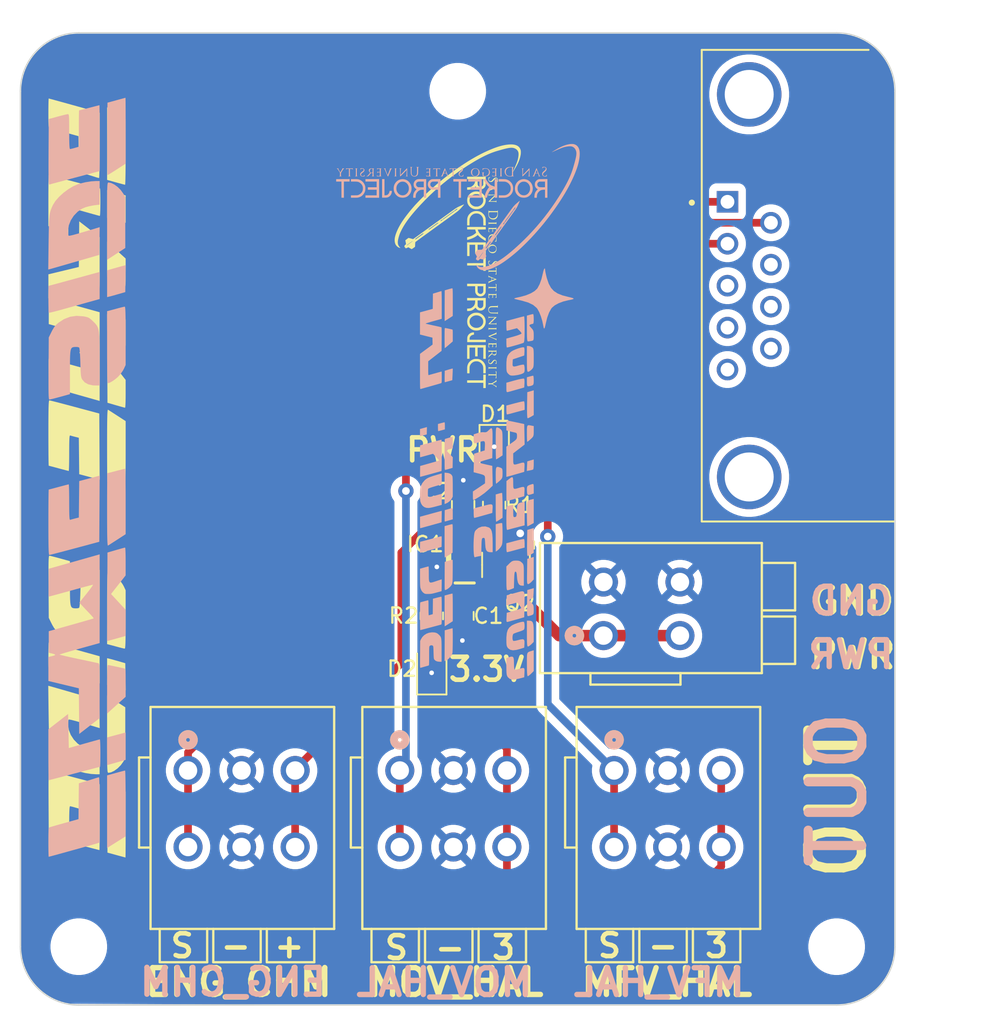
<source format=kicad_pcb>
(kicad_pcb (version 20241229) (generator "pcbnew") (generator_version "9.0")
  (layers (0 "F.Cu" signal) (2 "B.Cu" power) (13 "F.Paste" user) (15 "B.Paste" user) (5 "F.SilkS" user "F.Silkscreen") (7 "B.SilkS" user "B.Silkscreen") (1 "F.Mask" user) (3 "B.Mask" user) (25 "Edge.Cuts" user))
  (net 0 "")
  (net 1 "+3.3V")
  (net 2 "GND")
  (net 3 "VBUS")
  (net 4 "Net-(D1-A)")
  (net 5 "Net-(D2-A)")
  (net 7 "MOV")
  (net 8 "ENG_CHAMBER")
  (net 9 "MFV")
  (net 10 "+BATT")
  (footprint "MountingHole:MountingHole_3.2mm_M3" (layer "F.Cu") (at 78.74 85.09)
    (property "Reference" "H2" (hide yes))
    (property "Value" "MountingHole")
    (pad "" np_thru_hole circle (at 0 0) (size 3.2 3.2) (drill 3.2) (layers "*.Cu" "*.Mask"))
  )
  (footprint "Wago_2601_1102:CONN2_2601-1102_WAG" (layer "F.Cu") (at 63.5 64.77 90)
    (property "Reference" "J2" (hide yes))
    (property "Value" "PWR IN")
    (pad "1" thru_hole circle (at 0 0 90) (size 1.9 1.9) (drill 1.2) (layers "*.Cu" "*.Mask") (net 10 "+BATT"))
    (pad "2" thru_hole circle (at 0 5 90) (size 1.9 1.9) (drill 1.2) (layers "*.Cu" "*.Mask") (net 10 "+BATT"))
    (pad "3" thru_hole circle (at 3.5 0 90) (size 1.9 1.9) (drill 1.2) (layers "*.Cu" "*.Mask") (net 2 "GND"))
    (pad "4" thru_hole circle (at 3.5 5 90) (size 1.9 1.9) (drill 1.2) (layers "*.Cu" "*.Mask") (net 2 "GND"))
  )
  (footprint "LD09S33E4GV00LF:AMPHENOL_LD09S33E4GV00LF" (layer "F.Cu") (at 73.025 41.91 90)
    (property "Reference" "J1" (hide yes))
    (property "Value" "SIGNAL OUT")
    (pad "1" thru_hole rect (at 5.48 -1.42 90) (size 1.408 1.408) (drill 0.9) (layers "*.Cu" "*.Mask") (net 8 "ENG_CHAMBER"))
    (pad "2" thru_hole circle (at 2.74 -1.42 90) (size 1.408 1.408) (drill 0.9) (layers "*.Cu" "*.Mask") (net 9 "MFV"))
    (pad "3" thru_hole circle (at 0 -1.420001 90) (size 1.408 1.408) (drill 0.9) (layers "*.Cu" "*.Mask"))
    (pad "4" thru_hole circle (at -2.74 -1.42 90) (size 1.408 1.408) (drill 0.9) (layers "*.Cu" "*.Mask"))
    (pad "5" thru_hole circle (at -5.48 -1.42 90) (size 1.408 1.408) (drill 0.9) (layers "*.Cu" "*.Mask"))
    (pad "6" thru_hole circle (at 4.109999 1.42 90) (size 1.408 1.408) (drill 0.9) (layers "*.Cu" "*.Mask") (net 7 "MOV"))
    (pad "7" thru_hole circle (at 1.37 1.42 90) (size 1.408 1.408) (drill 0.9) (layers "*.Cu" "*.Mask"))
    (pad "8" thru_hole circle (at -1.37 1.42 90) (size 1.408 1.408) (drill 0.9) (layers "*.Cu" "*.Mask"))
    (pad "9" thru_hole circle (at -4.109999 1.42 90) (size 1.408 1.408) (drill 0.9) (layers "*.Cu" "*.Mask"))
    (pad "SH1" thru_hole circle (at -12.495 0 90) (size 4.216 4.216) (drill 3.2) (layers "*.Cu" "*.Mask"))
    (pad "SH2" thru_hole circle (at 12.495 0 90) (size 4.216 4.216) (drill 3.2) (layers "*.Cu" "*.Mask"))
  )
  (footprint "Wago_2601_1103:CONN3_2601-1103_WAG" (layer "F.Cu") (at 64.195 73.58)
    (property "Reference" "J4" (hide yes))
    (property "Value" "HALL_2")
    (pad "1" thru_hole circle (at 0 0) (size 1.9 1.9) (drill 1.2) (layers "*.Cu" "*.Mask") (net 9 "MFV"))
    (pad "2" thru_hole circle (at 0 5) (size 1.9 1.9) (drill 1.2) (layers "*.Cu" "*.Mask") (net 9 "MFV"))
    (pad "3" thru_hole circle (at 3.5 0) (size 1.9 1.9) (drill 1.2) (layers "*.Cu" "*.Mask") (net 2 "GND"))
    (pad "4" thru_hole circle (at 3.5 5) (size 1.9 1.9) (drill 1.2) (layers "*.Cu" "*.Mask") (net 2 "GND"))
    (pad "5" thru_hole circle (at 7.000001 0) (size 1.9 1.9) (drill 1.2) (layers "*.Cu" "*.Mask") (net 1 "+3.3V"))
    (pad "6" thru_hole circle (at 7.000001 5) (size 1.9 1.9) (drill 1.2) (layers "*.Cu" "*.Mask") (net 1 "+3.3V"))
  )
  (footprint "Resistor_SMD:R_0805_2012Metric" (layer "F.Cu") (at 56.36 56.242499 90)
    (property "Reference" "R1" (at 0.003471 1.67 180) (layer "F.SilkS"))
    (property "Value" "470")
    (pad "1" smd roundrect (at -0.9125 0 90) (size 1.025 1.4) (layers "F.Cu" "F.Mask" "F.Paste") (roundrect_rratio 0.243902) (net 3 "VBUS"))
    (pad "2" smd roundrect (at 0.9125 0 90) (size 1.025 1.4) (layers "F.Cu" "F.Mask" "F.Paste") (roundrect_rratio 0.243902) (net 4 "Net-(D1-A)"))
  )
  (footprint "SDSU RP:RP_Logo" (layer "F.Cu") (at 53.975 40.64 -90)
    (property "Reference" "G***" (hide yes))
    (property "Value" "LOGO" (hide yes))
  )
  (footprint "TLV76033DBZR:SOT95P237X112-3N" (layer "F.Cu") (at 53.379999 59.83 180)
    (property "Reference" "IC1" (at 1.53 1.03 180) (layer "F.SilkS"))
    (property "Value" "TLV76033DBZR" (hide yes))
    (pad "1" smd rect (at -1.050001 -0.95 270) (size 0.6 1.25) (layers "F.Cu" "F.Mask" "F.Paste") (net 1 "+3.3V"))
    (pad "2" smd rect (at -1.050001 0.95 270) (size 0.6 1.25) (layers "F.Cu" "F.Mask" "F.Paste") (net 3 "VBUS"))
    (pad "3" smd rect (at 1.05 0 270) (size 0.6 1.25) (layers "F.Cu" "F.Mask" "F.Paste") (net 2 "GND"))
  )
  (footprint "Capacitor_SMD:C_0805_2012Metric" (layer "F.Cu") (at 54.329999 56.23 90)
    (property "Reference" "C2" (at 0.89 -1.75 180) (layer "F.SilkS"))
    (property "Value" "0.1uF")
    (pad "1" smd roundrect (at -0.949999 0 90) (size 1 1.45) (layers "F.Cu" "F.Mask" "F.Paste") (net 3 "VBUS"))
    (pad "2" smd roundrect (at 0.949999 0 90) (size 1 1.45) (layers "F.Cu" "F.Mask" "F.Paste") (net 2 "GND"))
  )
  (footprint "MountingHole:MountingHole_3.2mm_M3" (layer "F.Cu") (at 29.21 85.09)
    (property "Reference" "H1" (hide yes))
    (property "Value" "MountingHole")
    (pad "" np_thru_hole circle (at 0 0) (size 3.2 3.2) (drill 3.2) (layers "*.Cu" "*.Mask"))
  )
  (footprint "Resistor_SMD:R_0805_2012Metric" (layer "F.Cu") (at 52.279999 63.479999 -90)
    (property "Reference" "R2" (at -0.009998 1.84 180) (layer "F.SilkS"))
    (property "Value" "75")
    (pad "1" smd roundrect (at -0.9125 0 270) (size 1.025 1.4) (layers "F.Cu" "F.Mask" "F.Paste") (roundrect_rratio 0.243902) (net 1 "+3.3V"))
    (pad "2" smd roundrect (at 0.9125 0 270) (size 1.025 1.4) (layers "F.Cu" "F.Mask" "F.Paste") (roundrect_rratio 0.243902) (net 5 "Net-(D2-A)"))
  )
  (footprint "LED_SMD:LED_0805_2012Metric" (layer "F.Cu") (at 56.36 52.692499 -90)
    (property "Reference" "D1" (at -2.402499 -0.069999 180) (layer "F.SilkS"))
    (property "Value" "GREEN")
    (pad "1" smd roundrect (at -0.937501 0 270) (size 0.975 1.4) (layers "F.Cu" "F.Mask" "F.Paste") (net 2 "GND"))
    (pad "2" smd roundrect (at 0.937501 0 270) (size 0.975 1.4) (layers "F.Cu" "F.Mask" "F.Paste") (net 4 "Net-(D1-A)"))
  )
  (footprint "Wago_2601_1103:CONN3_2601-1103_WAG" (layer "F.Cu") (at 36.35 73.58)
    (property "Reference" "J5" (hide yes))
    (property "Value" "PT_1")
    (pad "1" thru_hole circle (at 0 0) (size 1.9 1.9) (drill 1.2) (layers "*.Cu" "*.Mask") (net 8 "ENG_CHAMBER"))
    (pad "2" thru_hole circle (at 0 5) (size 1.9 1.9) (drill 1.2) (layers "*.Cu" "*.Mask") (net 8 "ENG_CHAMBER"))
    (pad "3" thru_hole circle (at 3.5 0) (size 1.9 1.9) (drill 1.2) (layers "*.Cu" "*.Mask") (net 2 "GND"))
    (pad "4" thru_hole circle (at 3.5 5) (size 1.9 1.9) (drill 1.2) (layers "*.Cu" "*.Mask") (net 2 "GND"))
    (pad "5" thru_hole circle (at 7.000001 0) (size 1.9 1.9) (drill 1.2) (layers "*.Cu" "*.Mask") (net 3 "VBUS"))
    (pad "6" thru_hole circle (at 7.000001 5) (size 1.9 1.9) (drill 1.2) (layers "*.Cu" "*.Mask") (net 3 "VBUS"))
  )
  (footprint "LED_SMD:LED_0805_2012Metric" (layer "F.Cu") (at 52.279999 66.929999 90)
    (property "Reference" "D2" (at -0.009189 -1.949999 180) (layer "F.SilkS"))
    (property "Value" "RED")
    (pad "1" smd roundrect (at -0.937501 0 90) (size 0.975 1.4) (layers "F.Cu" "F.Mask" "F.Paste") (net 2 "GND"))
    (pad "2" smd roundrect (at 0.937501 0 90) (size 0.975 1.4) (layers "F.Cu" "F.Mask" "F.Paste") (net 5 "Net-(D2-A)"))
  )
  (footprint "LOGO" (layer "F.Cu") (at 29.7 54.45 -90)
    (property "Reference" "G***" (hide yes))
    (property "Value" "LOGO" (hide yes))
  )
  (footprint "Package_TO_SOT_SMD:SOT-23-3" (layer "F.Cu") (at 57.129999 60.15 -90)
    (property "Reference" "Q2" (at 2.51 -0.9 180) (layer "F.SilkS"))
    (property "Value" "DMP3099L")
    (pad "1" smd roundrect (at -1.1375 -0.949999 270) (size 1.325 0.6) (layers "F.Cu" "F.Mask" "F.Paste") (net 2 "GND"))
    (pad "2" smd roundrect (at -1.1375 0.949999 270) (size 1.325 0.6) (layers "F.Cu" "F.Mask" "F.Paste") (net 3 "VBUS"))
    (pad "3" smd roundrect (at 1.1375 0 270) (size 1.325 0.6) (layers "F.Cu" "F.Mask" "F.Paste") (net 10 "+BATT"))
  )
  (footprint "Capacitor_SMD:C_0805_2012Metric" (layer "F.Cu") (at 54.279999 63.479999 -90)
    (property "Reference" "C1" (at 0.000001 -1.7 180) (layer "F.SilkS"))
    (property "Value" "0.1uF")
    (pad "1" smd roundrect (at -0.949999 0 270) (size 1 1.45) (layers "F.Cu" "F.Mask" "F.Paste") (net 1 "+3.3V"))
    (pad "2" smd roundrect (at 0.949999 0 270) (size 1 1.45) (layers "F.Cu" "F.Mask" "F.Paste") (net 2 "GND"))
  )
  (footprint "Wago_2601_1103:CONN3_2601-1103_WAG" (layer "F.Cu") (at 50.19 73.58)
    (property "Reference" "J3" (hide yes))
    (property "Value" "HALL_1")
    (pad "1" thru_hole circle (at 0 0) (size 1.9 1.9) (drill 1.2) (layers "*.Cu" "*.Mask") (net 7 "MOV"))
    (pad "2" thru_hole circle (at 0 5) (size 1.9 1.9) (drill 1.2) (layers "*.Cu" "*.Mask") (net 7 "MOV"))
    (pad "3" thru_hole circle (at 3.5 0) (size 1.9 1.9) (drill 1.2) (layers "*.Cu" "*.Mask") (net 2 "GND"))
    (pad "4" thru_hole circle (at 3.5 5) (size 1.9 1.9) (drill 1.2) (layers "*.Cu" "*.Mask") (net 2 "GND"))
    (pad "5" thru_hole circle (at 7.000001 0) (size 1.9 1.9) (drill 1.2) (layers "*.Cu" "*.Mask") (net 1 "+3.3V"))
    (pad "6" thru_hole circle (at 7.000001 5) (size 1.9 1.9) (drill 1.2) (layers "*.Cu" "*.Mask") (net 1 "+3.3V"))
  )
  (footprint "MountingHole:MountingHole_3.2mm_M3" (layer "F.Cu") (at 53.975 29.21)
    (property "Reference" "H3" (hide yes))
    (property "Value" "MountingHole")
    (pad "" np_thru_hole circle (at 0 0) (size 3.2 3.2) (drill 3.2) (layers "*.Cu" "*.Mask"))
  )
  (footprint "LOGO" (layer "B.Cu") (at 58.546016 54.001485 90)
    (property "Reference" "G***" (hide yes))
    (property "Value" "LOGO" (hide yes))
  )
  (footprint "SDSU RP:RP_Logo" (layer "B.Cu") (at 53.99 36.78 180)
    (property "Reference" "G***" (hide yes))
    (property "Value" "LOGO" (hide yes))
  )
  (footprint "LOGO" (layer "B.Cu") (at 29.7 54.45 90)
    (property "Reference" "G***" (hide yes))
    (property "Value" "LOGO" (hide yes))
  )
  (footprint "LOGO" (layer "B.Cu") (at 52.56 54.48 90)
    (property "Reference" "G***" (hide yes))
    (property "Value" "LOGO" (hide yes))
  )
  (gr_line (start 25.4 85.09) (end 25.4 29.21) (stroke (width 0.1)) (layer "Edge.Cuts"))
  (gr_arc (start 29.21 88.9) (mid 26.515923 87.784077) (end 25.4 85.09) (stroke (width 0.1)) (layer "Edge.Cuts"))
  (gr_arc (start 82.55 85.09) (mid 81.434077 87.784077) (end 78.74 88.9) (stroke (width 0.1)) (layer "Edge.Cuts"))
  (gr_arc (start 25.4 29.21) (mid 26.515923 26.515923) (end 29.21 25.4) (stroke (width 0.1)) (layer "Edge.Cuts"))
  (gr_line (start 78.74 88.9) (end 29.21 88.9) (stroke (width 0.1)) (layer "Edge.Cuts"))
  (gr_line (start 82.55 29.21) (end 82.55 85.09) (stroke (width 0.1)) (layer "Edge.Cuts"))
  (gr_arc (start 78.74 25.4) (mid 81.434077 26.515923) (end 82.55 29.21) (stroke (width 0.1)) (layer "Edge.Cuts"))
  (gr_line (start 29.21 25.4) (end 78.74 25.4) (stroke (width 0.1)) (layer "Edge.Cuts"))
  (gr_text "3" (at 56.970001 86.03 0) (layer "F.SilkS") (effects (font (size 1.5 1.5) (thickness 0.3) (bold yes)) (justify bottom)))
  (gr_text "MFV_HAL" (at 67.65 88.44 0) (layer "F.SilkS") (effects (font (size 1.75 1.75) (thickness 0.35) (bold yes)) (justify bottom)))
  (gr_text "+" (at 42.970002 85.91 0) (layer "F.SilkS") (effects (font (size 1.5 1.5) (thickness 0.3) (bold yes)) (justify bottom)))
  (gr_text "PWR" (at 50.44575 53.516616 0) (layer "F.SilkS") (effects (font (size 1.5 1.5) (thickness 0.3) (bold yes)) (justify left bottom)))
  (gr_text "S" (at 35.970001 85.91 0) (layer "F.SilkS") (effects (font (size 1.5 1.5) (thickness 0.3) (bold yes)) (justify bottom)))
  (gr_text "ENG_CHM" (at 39.66 88.44 0) (layer "F.SilkS") (effects (font (size 1.75 1.75) (thickness 0.35) (bold yes)) (justify bottom)))
  (gr_text "-" (at 39.470002 85.91 0) (layer "F.SilkS") (effects (font (size 1.5 1.5) (thickness 0.3) (bold yes)) (justify bottom)))
  (gr_text "S" (at 63.895001 85.9 0) (layer "F.SilkS") (effects (font (size 1.5 1.5) (thickness 0.3) (bold yes)) (justify bottom)))
  (gr_text "PWR" (at 76.81 67.03 0) (layer "F.SilkS") (effects (font (size 1.75 1.75) (thickness 0.35) (bold yes)) (justify left bottom)))
  (gr_text "S" (at 49.97 86.03 0) (layer "F.SilkS") (effects (font (size 1.5 1.5) (thickness 0.3) (bold yes)) (justify bottom)))
  (gr_text "3" (at 70.895002 85.9 0) (layer "F.SilkS") (effects (font (size 1.5 1.5) (thickness 0.3) (bold yes)) (justify bottom)))
  (gr_text "3.3V" (at 53.229999 67.85 0) (layer "F.SilkS") (effects (font (size 1.5 1.5) (thickness 0.3) (bold yes)) (justify left bottom)))
  (gr_text "-" (at 67.395002 85.9 0) (layer "F.SilkS") (effects (font (size 1.5 1.5) (thickness 0.3) (bold yes)) (justify bottom)))
  (gr_text "-" (at 53.470001 86.03 0) (layer "F.SilkS") (effects (font (size 1.5 1.5) (thickness 0.3) (bold yes)) (justify bottom)))
  (gr_text "MOV_HAL" (at 53.84 88.44 0) (layer "F.SilkS") (effects (font (size 1.75 1.75) (thickness 0.35) (bold yes)) (justify bottom)))
  (gr_text "GND" (at 76.893334 63.529999 0) (layer "F.SilkS") (effects (font (size 1.75 1.75) (thickness 0.35) (bold yes)) (justify left bottom)))
  (gr_text "OUT" (at 80.81 81 90) (layer "F.SilkS") (effects (font (size 3.5 3.5) (thickness 0.6) (bold yes)) (justify left bottom)))
  (gr_text "GND" (at 82.566666 63.524001 0) (layer "B.SilkS") (effects (font (size 1.75 1.75) (thickness 0.35) (bold yes)) (justify left bottom mirror)))
  (gr_text "PWR" (at 82.65 67.024002 0) (layer "B.SilkS") (effects (font (size 1.75 1.75) (thickness 0.35) (bold yes)) (justify left bottom mirror)))
  (gr_text "ENG_CHM" (at 39.290001 88.424 0) (layer "B.SilkS") (effects (font (size 1.75 1.75) (thickness 0.35) (bold yes)) (justify bottom mirror)))
  (gr_text "MOV_HAL" (at 53.1 88.444 0) (layer "B.SilkS") (effects (font (size 1.75 1.75) (thickness 0.35) (bold yes)) (justify bottom mirror)))
  (gr_text "MFV_HAL" (at 67.14 88.444 0) (layer "B.SilkS") (effects (font (size 1.75 1.75) (thickness 0.35) (bold yes)) (justify bottom mirror)))
  (gr_text "OUT" (at 80.84 69.42 90) (layer "B.SilkS") (effects (font (size 3.5 3.5) (thickness 0.6) (bold yes)) (justify left bottom mirror)))
  (segment (start 57.190001 80.400001) (end 58.64 81.85) (width 0.5) (layer "F.Cu") (net 1))
  (segment (start 55.67 70.61) (end 57.190001 72.130001) (width 0.5) (layer "F.Cu") (net 1))
  (segment (start 55.4 62.53) (end 55.67 62.8) (width 0.5) (layer "F.Cu") (net 1))
  (segment (start 57.190001 73.58) (end 57.190001 78.58) (width 0.5) (layer "F.Cu") (net 1))
  (segment (start 69.19 81.85) (end 71.195001 79.844999) (width 0.5) (layer "F.Cu") (net 1))
  (segment (start 54.279999 62.53) (end 55.4 62.53) (width 0.5) (layer "F.Cu") (net 1))
  (segment (start 58.64 81.85) (end 69.19 81.85) (width 0.5) (layer "F.Cu") (net 1))
  (segment (start 57.190001 78.58) (end 57.190001 80.400001) (width 0.5) (layer "F.Cu") (net 1))
  (segment (start 71.195001 79.844999) (end 71.195001 78.58) (width 0.5) (layer "F.Cu") (net 1))
  (segment (start 57.190001 72.130001) (end 57.190001 73.58) (width 0.5) (layer "F.Cu") (net 1))
  (segment (start 55.67 62.8) (end 55.67 70.61) (width 0.5) (layer "F.Cu") (net 1))
  (segment (start 71.195001 73.58) (end 71.195001 78.58) (width 0.5) (layer "F.Cu") (net 1))
  (segment (start 52.329999 59.999999) (end 52.329999 59.83) (width 0.5) (layer "F.Cu") (net 2))
  (segment (start 54.329999 55.280001) (end 54.329999 54.630001) (width 0.5) (layer "F.Cu") (net 2))
  (segment (start 52.279999 67.209999) (end 52.27 67.2) (width 0.5) (layer "F.Cu") (net 2))
  (segment (start 56.36 51.754998) (end 56.36 52.43) (width 0.5) (layer "F.Cu") (net 2))
  (segment (start 54.329999 54.630001) (end 54.34 54.62) (width 0.5) (layer "F.Cu") (net 2))
  (segment (start 52.279999 67.8675) (end 52.279999 67.209999) (width 0.5) (layer "F.Cu") (net 2))
  (segment (start 58.079998 59.0125) (end 58.079998 58.109998) (width 0.5) (layer "F.Cu") (net 2))
  (segment (start 54.279999 64.429998) (end 54.28 65.09) (width 0.5) (layer "F.Cu") (net 2))
  (segment (start 58.079998 58.109998) (end 58.06 58.09) (width 0.5) (layer "F.Cu") (net 2))
  (segment (start 52.61 60.28) (end 52.329999 59.999999) (width 0.5) (layer "F.Cu") (net 2))
  (via (at 54.28 65.09) (size 0.7) (drill 0.3) (layers "F.Cu" "B.Cu") (net 2))
  (via (at 54.34 54.62) (size 0.7) (drill 0.3) (layers "F.Cu" "B.Cu") (net 2))
  (via (at 52.27 67.2) (size 0.7) (drill 0.3) (layers "F.Cu" "B.Cu") (net 2))
  (via (at 52.61 60.28) (size 0.7) (drill 0.3) (layers "F.Cu" "B.Cu") (net 2))
  (via (at 56.36 52.43) (size 0.7) (drill 0.3) (layers "F.Cu" "B.Cu") (net 2))
  (via (at 58.06 58.09) (size 1) (drill 0.5) (layers "F.Cu" "B.Cu") (net 2))
  (segment (start 51.55 58.09) (end 54.23 58.09) (width 0.5) (layer "F.Cu") (net 3))
  (segment (start 43.350001 78.58) (end 43.350001 73.509999) (width 0.5) (layer "F.Cu") (net 3))
  (segment (start 50.29 66.57) (end 50.29 59.35) (width 0.5) (layer "F.Cu") (net 3))
  (segment (start 50.29 59.35) (end 51.55 58.09) (width 0.5) (layer "F.Cu") (net 3))
  (segment (start 43.350001 73.509999) (end 50.29 66.57) (width 0.5) (layer "F.Cu") (net 3))
  (segment (start 56.36 53.63) (end 56.36 55.329999) (width 0.5) (layer "F.Cu") (net 4))
  (segment (start 52.279999 64.392499) (end 52.279999 65.992498) (width 0.5) (layer "F.Cu") (net 5))
  (segment (start 50.59 45.92) (end 50.59 55.32) (width 0.5) (layer "F.Cu") (net 7))
  (segment (start 50.19 78.58) (end 50.19 73.58) (width 0.5) (layer "F.Cu") (net 7))
  (segment (start 74.445 37.800001) (end 58.709999 37.800001) (width 0.5) (layer "F.Cu") (net 7))
  (segment (start 58.709999 37.800001) (end 50.59 45.92) (width 0.5) (layer "F.Cu") (net 7))
  (via (at 50.59 55.32) (size 1) (drill 0.5) (layers "F.Cu" "B.Cu") (net 7))
  (segment (start 50.59 73.18) (end 50.19 73.58) (width 0.5) (layer "B.Cu") (net 7))
  (segment (start 50.59 55.32) (end 50.59 73.18) (width 0.5) (layer "B.Cu") (net 7))
  (segment (start 48.8 42.72) (end 48.8 65.49) (width 0.5) (layer "F.Cu") (net 8))
  (segment (start 48.8 65.49) (end 42.8 71.49) (width 0.5) (layer "F.Cu") (net 8))
  (segment (start 42.8 71.49) (end 37.26 71.49) (width 0.5) (layer "F.Cu") (net 8))
  (segment (start 37.26 71.49) (end 36.35 72.4) (width 0.5) (layer "F.Cu") (net 8))
  (segment (start 36.35 78.58) (end 36.35 73.58) (width 0.5) (layer "F.Cu") (net 8))
  (segment (start 71.605 36.43) (end 55.09 36.43) (width 0.5) (layer "F.Cu") (net 8))
  (segment (start 55.09 36.43) (end 48.8 42.72) (width 0.5) (layer "F.Cu") (net 8))
  (segment (start 36.35 72.4) (end 36.35 73.58) (width 0.5) (layer "F.Cu") (net 8))
  (segment (start 59.86 40.749997) (end 61.439997 39.17) (width 0.5) (layer "F.Cu") (net 9))
  (segment (start 61.439997 39.17) (end 71.605 39.17) (width 0.5) (layer "F.Cu") (net 9))
  (segment (start 59.86 58.3) (end 59.86 40.749997) (width 0.5) (layer "F.Cu") (net 9))
  (segment (start 64.195 78.58) (end 64.195 73.58) (width 0.5) (layer "F.Cu") (net 9))
  (via (at 59.86 58.3) (size 1) (drill 0.5) (layers "F.Cu" "B.Cu") (net 9))
  (segment (start 64.195 73.58) (end 59.86 69.245) (width 0.5) (layer "B.Cu") (net 9))
  (segment (start 59.86 69.245) (end 59.86 58.3) (width 0.5) (layer "B.Cu") (net 9))
  (segment (start 60.612499 64.77) (end 63.5 64.77) (width 0.75) (layer "F.Cu") (net 10))
  (segment (start 63.5 64.77) (end 68.5 64.77) (width 0.75) (layer "F.Cu") (net 10))
  (segment (start 57.129999 61.2875) (end 60.612499 64.77) (width 0.75) (layer "F.Cu") (net 10))
  (zone (net 3) (net_name "VBUS") (layer "F.Cu") (priority 1) (connect_pads yes (clearance 0.5)) (min_thickness 0.25) (fill yes (thermal_gap 0.5) (thermal_bridge_width 0.5))
    (polygon (pts (xy 57.095 56.469563) (xy 57.095 59.69) (xy 53.510001 59.69) (xy 53.49 56.48)))
  )
  (zone (net 1) (net_name "+3.3V") (layer "F.Cu") (priority 2) (connect_pads yes (clearance 0.5)) (min_thickness 0.25) (fill yes (thermal_gap 0.5) (thermal_bridge_width 0.5))
    (polygon (pts (xy 51.43 61.85) (xy 52.84 61.85) (xy 53.6 61.09) (xy 53.6 60.3) (xy 55.16 60.3) (xy 55.24 60.38) (xy 55.24 62.993745) (xy 55.003745 63.23) (xy 51.52 63.23) (xy 51.531254 63.218746) (xy 51.544999 63.218746) (xy 51.43 63.103747)))
  )
  (zone (net 2) (net_name "GND") (layer "B.Cu") (connect_pads (clearance 0.5)) (min_thickness 0.25) (fill yes (thermal_gap 0.5) (thermal_bridge_width 0.5))
    (polygon (pts (xy 25.4 88.8) (xy 25.35 25.2) (xy 82.5 25.4) (xy 82.6 89.05)))
  )
)
</source>
